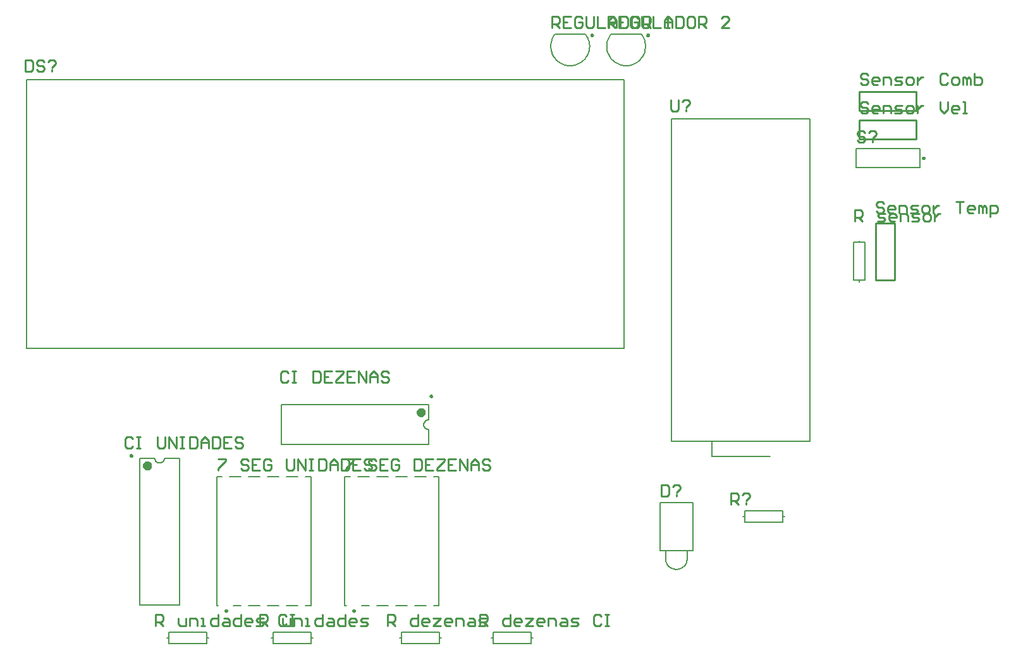
<source format=gto>
%FSTAX23Y23*%
%MOIN*%
%SFA1B1*%

%IPPOS*%
%ADD10C,0.009843*%
%ADD11C,0.005000*%
%ADD12C,0.007874*%
%ADD13C,0.023622*%
%ADD14C,0.010000*%
%LNpcb_baja_teste-1*%
%LPD*%
G54D10*
X06752Y03925D02*
D01*
X06752Y03925*
X06752Y03925*
X06752Y03926*
X06752Y03926*
X06752Y03926*
X06751Y03927*
X06751Y03927*
X06751Y03927*
X06751Y03927*
X06751Y03928*
X0675Y03928*
X0675Y03928*
X0675Y03928*
X0675Y03929*
X06749Y03929*
X06749Y03929*
X06749Y03929*
X06748Y03929*
X06748Y03929*
X06748Y03929*
X06747Y03929*
X06747Y03929*
X06747*
X06746Y03929*
X06746Y03929*
X06746Y03929*
X06745Y03929*
X06745Y03929*
X06745Y03929*
X06744Y03929*
X06744Y03929*
X06744Y03928*
X06744Y03928*
X06743Y03928*
X06743Y03928*
X06743Y03927*
X06743Y03927*
X06743Y03927*
X06742Y03927*
X06742Y03926*
X06742Y03926*
X06742Y03926*
X06742Y03925*
X06742Y03925*
X06742Y03925*
X06742Y03924*
X06742Y03924*
X06742Y03924*
X06742Y03923*
X06742Y03923*
X06742Y03923*
X06743Y03922*
X06743Y03922*
X06743Y03922*
X06743Y03921*
X06743Y03921*
X06744Y03921*
X06744Y03921*
X06744Y0392*
X06744Y0392*
X06745Y0392*
X06745Y0392*
X06745Y0392*
X06746Y0392*
X06746Y0392*
X06746Y0392*
X06747Y0392*
X06747*
X06747Y0392*
X06748Y0392*
X06748Y0392*
X06748Y0392*
X06749Y0392*
X06749Y0392*
X06749Y0392*
X0675Y0392*
X0675Y03921*
X0675Y03921*
X0675Y03921*
X06751Y03921*
X06751Y03922*
X06751Y03922*
X06751Y03922*
X06751Y03923*
X06752Y03923*
X06752Y03923*
X06752Y03924*
X06752Y03924*
X06752Y03924*
X06752Y03925*
X03074Y01538D02*
D01*
X03074Y01539*
X03074Y01539*
X03074Y01539*
X03074Y0154*
X03074Y0154*
X03074Y0154*
X03074Y01541*
X03074Y01541*
X03073Y01541*
X03073Y01542*
X03073Y01542*
X03073Y01542*
X03073Y01542*
X03072Y01542*
X03072Y01543*
X03072Y01543*
X03071Y01543*
X03071Y01543*
X03071Y01543*
X0307Y01543*
X0307Y01543*
X0307Y01543*
X03069*
X03069Y01543*
X03069Y01543*
X03068Y01543*
X03068Y01543*
X03068Y01543*
X03067Y01543*
X03067Y01543*
X03067Y01542*
X03066Y01542*
X03066Y01542*
X03066Y01542*
X03066Y01542*
X03066Y01541*
X03065Y01541*
X03065Y01541*
X03065Y0154*
X03065Y0154*
X03065Y0154*
X03065Y01539*
X03065Y01539*
X03065Y01539*
X03065Y01538*
X03065Y01538*
X03065Y01538*
X03065Y01537*
X03065Y01537*
X03065Y01537*
X03065Y01536*
X03065Y01536*
X03065Y01536*
X03066Y01535*
X03066Y01535*
X03066Y01535*
X03066Y01535*
X03066Y01534*
X03067Y01534*
X03067Y01534*
X03067Y01534*
X03068Y01534*
X03068Y01534*
X03068Y01534*
X03069Y01534*
X03069Y01533*
X03069Y01533*
X0307*
X0307Y01533*
X0307Y01534*
X03071Y01534*
X03071Y01534*
X03071Y01534*
X03072Y01534*
X03072Y01534*
X03072Y01534*
X03073Y01534*
X03073Y01535*
X03073Y01535*
X03073Y01535*
X03073Y01535*
X03074Y01536*
X03074Y01536*
X03074Y01536*
X03074Y01537*
X03074Y01537*
X03074Y01537*
X03074Y01538*
X03074Y01538*
X03074Y01538*
X05299Y04573D02*
D01*
X05299Y04573*
X05299Y04573*
X05298Y04574*
X05298Y04574*
X05298Y04574*
X05298Y04575*
X05298Y04575*
X05298Y04575*
X05298Y04576*
X05297Y04576*
X05297Y04576*
X05297Y04576*
X05297Y04577*
X05296Y04577*
X05296Y04577*
X05296Y04577*
X05296Y04577*
X05295Y04577*
X05295Y04578*
X05295Y04578*
X05294Y04578*
X05294Y04578*
X05294*
X05293Y04578*
X05293Y04578*
X05292Y04578*
X05292Y04577*
X05292Y04577*
X05292Y04577*
X05291Y04577*
X05291Y04577*
X05291Y04577*
X0529Y04576*
X0529Y04576*
X0529Y04576*
X0529Y04576*
X05289Y04575*
X05289Y04575*
X05289Y04575*
X05289Y04574*
X05289Y04574*
X05289Y04574*
X05289Y04573*
X05289Y04573*
X05289Y04573*
X05289Y04572*
X05289Y04572*
X05289Y04572*
X05289Y04571*
X05289Y04571*
X05289Y04571*
X05289Y0457*
X05289Y0457*
X0529Y0457*
X0529Y0457*
X0529Y04569*
X0529Y04569*
X05291Y04569*
X05291Y04569*
X05291Y04569*
X05292Y04568*
X05292Y04568*
X05292Y04568*
X05292Y04568*
X05293Y04568*
X05293Y04568*
X05294Y04568*
X05294*
X05294Y04568*
X05295Y04568*
X05295Y04568*
X05295Y04568*
X05296Y04568*
X05296Y04568*
X05296Y04569*
X05296Y04569*
X05297Y04569*
X05297Y04569*
X05297Y04569*
X05297Y0457*
X05298Y0457*
X05298Y0457*
X05298Y0457*
X05298Y04571*
X05298Y04571*
X05298Y04571*
X05298Y04572*
X05299Y04572*
X05299Y04572*
X05299Y04573*
X02574Y02356D02*
D01*
X02574Y02356*
X02574Y02356*
X02574Y02357*
X02574Y02357*
X02574Y02357*
X02574Y02358*
X02574Y02358*
X02574Y02358*
X02573Y02359*
X02573Y02359*
X02573Y02359*
X02573Y02359*
X02573Y0236*
X02572Y0236*
X02572Y0236*
X02572Y0236*
X02571Y0236*
X02571Y0236*
X02571Y0236*
X0257Y02361*
X0257Y02361*
X0257Y02361*
X02569*
X02569Y02361*
X02569Y02361*
X02568Y0236*
X02568Y0236*
X02568Y0236*
X02567Y0236*
X02567Y0236*
X02567Y0236*
X02566Y0236*
X02566Y02359*
X02566Y02359*
X02566Y02359*
X02566Y02359*
X02565Y02358*
X02565Y02358*
X02565Y02358*
X02565Y02357*
X02565Y02357*
X02565Y02357*
X02565Y02356*
X02565Y02356*
X02565Y02356*
X02565Y02355*
X02565Y02355*
X02565Y02355*
X02565Y02354*
X02565Y02354*
X02565Y02354*
X02565Y02353*
X02565Y02353*
X02566Y02353*
X02566Y02353*
X02566Y02352*
X02566Y02352*
X02566Y02352*
X02567Y02352*
X02567Y02351*
X02567Y02351*
X02568Y02351*
X02568Y02351*
X02568Y02351*
X02569Y02351*
X02569Y02351*
X02569Y02351*
X0257*
X0257Y02351*
X0257Y02351*
X02571Y02351*
X02571Y02351*
X02571Y02351*
X02572Y02351*
X02572Y02351*
X02572Y02352*
X02573Y02352*
X02573Y02352*
X02573Y02352*
X02573Y02353*
X02573Y02353*
X02574Y02353*
X02574Y02353*
X02574Y02354*
X02574Y02354*
X02574Y02354*
X02574Y02355*
X02574Y02355*
X02574Y02355*
X02574Y02356*
X05004Y04573D02*
D01*
X05004Y04573*
X05004Y04573*
X05003Y04574*
X05003Y04574*
X05003Y04574*
X05003Y04575*
X05003Y04575*
X05003Y04575*
X05003Y04576*
X05002Y04576*
X05002Y04576*
X05002Y04576*
X05002Y04577*
X05001Y04577*
X05001Y04577*
X05001Y04577*
X05001Y04577*
X05Y04577*
X05Y04578*
X05Y04578*
X04999Y04578*
X04999Y04578*
X04999*
X04998Y04578*
X04998Y04578*
X04997Y04578*
X04997Y04577*
X04997Y04577*
X04997Y04577*
X04996Y04577*
X04996Y04577*
X04996Y04577*
X04995Y04576*
X04995Y04576*
X04995Y04576*
X04995Y04576*
X04994Y04575*
X04994Y04575*
X04994Y04575*
X04994Y04574*
X04994Y04574*
X04994Y04574*
X04994Y04573*
X04994Y04573*
X04994Y04573*
X04994Y04572*
X04994Y04572*
X04994Y04572*
X04994Y04571*
X04994Y04571*
X04994Y04571*
X04994Y0457*
X04994Y0457*
X04995Y0457*
X04995Y0457*
X04995Y04569*
X04995Y04569*
X04996Y04569*
X04996Y04569*
X04996Y04569*
X04997Y04568*
X04997Y04568*
X04997Y04568*
X04997Y04568*
X04998Y04568*
X04998Y04568*
X04999Y04568*
X04999*
X04999Y04568*
X05Y04568*
X05Y04568*
X05Y04568*
X05001Y04568*
X05001Y04568*
X05001Y04569*
X05001Y04569*
X05002Y04569*
X05002Y04569*
X05002Y04569*
X05002Y0457*
X05003Y0457*
X05003Y0457*
X05003Y0457*
X05003Y04571*
X05003Y04571*
X05003Y04571*
X05003Y04572*
X05004Y04572*
X05004Y04572*
X05004Y04573*
X03749Y01538D02*
D01*
X03749Y01539*
X03749Y01539*
X03749Y01539*
X03749Y0154*
X03749Y0154*
X03749Y0154*
X03749Y01541*
X03749Y01541*
X03748Y01541*
X03748Y01542*
X03748Y01542*
X03748Y01542*
X03748Y01542*
X03747Y01542*
X03747Y01543*
X03747Y01543*
X03746Y01543*
X03746Y01543*
X03746Y01543*
X03745Y01543*
X03745Y01543*
X03745Y01543*
X03744*
X03744Y01543*
X03744Y01543*
X03743Y01543*
X03743Y01543*
X03743Y01543*
X03742Y01543*
X03742Y01543*
X03742Y01542*
X03741Y01542*
X03741Y01542*
X03741Y01542*
X03741Y01542*
X03741Y01541*
X0374Y01541*
X0374Y01541*
X0374Y0154*
X0374Y0154*
X0374Y0154*
X0374Y01539*
X0374Y01539*
X0374Y01539*
X0374Y01538*
X0374Y01538*
X0374Y01538*
X0374Y01537*
X0374Y01537*
X0374Y01537*
X0374Y01536*
X0374Y01536*
X0374Y01536*
X03741Y01535*
X03741Y01535*
X03741Y01535*
X03741Y01535*
X03741Y01534*
X03742Y01534*
X03742Y01534*
X03742Y01534*
X03743Y01534*
X03743Y01534*
X03743Y01534*
X03744Y01534*
X03744Y01533*
X03744Y01533*
X03745*
X03745Y01533*
X03745Y01534*
X03746Y01534*
X03746Y01534*
X03746Y01534*
X03747Y01534*
X03747Y01534*
X03747Y01534*
X03748Y01534*
X03748Y01535*
X03748Y01535*
X03748Y01535*
X03748Y01535*
X03749Y01536*
X03749Y01536*
X03749Y01536*
X03749Y01537*
X03749Y01537*
X03749Y01537*
X03749Y01538*
X03749Y01538*
X03749Y01538*
X04156Y0267D02*
D01*
X04156Y0267*
X04156Y0267*
X04155Y02671*
X04155Y02671*
X04155Y02671*
X04155Y02672*
X04155Y02672*
X04155Y02672*
X04155Y02672*
X04154Y02673*
X04154Y02673*
X04154Y02673*
X04154Y02673*
X04153Y02674*
X04153Y02674*
X04153Y02674*
X04153Y02674*
X04152Y02674*
X04152Y02674*
X04152Y02674*
X04151Y02674*
X04151Y02674*
X04151*
X0415Y02674*
X0415Y02674*
X04149Y02674*
X04149Y02674*
X04149Y02674*
X04149Y02674*
X04148Y02674*
X04148Y02674*
X04148Y02673*
X04147Y02673*
X04147Y02673*
X04147Y02673*
X04147Y02672*
X04147Y02672*
X04146Y02672*
X04146Y02672*
X04146Y02671*
X04146Y02671*
X04146Y02671*
X04146Y0267*
X04146Y0267*
X04146Y0267*
X04146Y02669*
X04146Y02669*
X04146Y02668*
X04146Y02668*
X04146Y02668*
X04146Y02667*
X04146Y02667*
X04147Y02667*
X04147Y02667*
X04147Y02666*
X04147Y02666*
X04147Y02666*
X04148Y02666*
X04148Y02665*
X04148Y02665*
X04149Y02665*
X04149Y02665*
X04149Y02665*
X04149Y02665*
X0415Y02665*
X0415Y02665*
X04151Y02665*
X04151*
X04151Y02665*
X04152Y02665*
X04152Y02665*
X04152Y02665*
X04153Y02665*
X04153Y02665*
X04153Y02665*
X04153Y02665*
X04154Y02666*
X04154Y02666*
X04154Y02666*
X04154Y02666*
X04155Y02667*
X04155Y02667*
X04155Y02667*
X04155Y02667*
X04155Y02668*
X04155Y02668*
X04155Y02668*
X04156Y02669*
X04156Y02669*
X04156Y0267*
G54D11*
X05387Y01813D02*
D01*
X05388Y01809*
X05388Y01805*
X05389Y01801*
X0539Y01797*
X05391Y01793*
X05392Y0179*
X05394Y01786*
X05396Y01783*
X05398Y01779*
X05401Y01776*
X05403Y01773*
X05406Y01771*
X05409Y01768*
X05413Y01766*
X05416Y01764*
X05419Y01762*
X05423Y0176*
X05427Y01759*
X05431Y01758*
X05435Y01757*
X05439Y01756*
X05443Y01756*
X05446*
X0545Y01756*
X05454Y01757*
X05458Y01758*
X05462Y01759*
X05466Y0176*
X0547Y01762*
X05473Y01764*
X05476Y01766*
X0548Y01768*
X05483Y01771*
X05486Y01773*
X05488Y01776*
X05491Y01779*
X05493Y01783*
X05495Y01786*
X05497Y0179*
X05498Y01793*
X05499Y01797*
X055Y01801*
X05501Y01805*
X05501Y01809*
X05502Y01813*
X0542Y0413D02*
X0615D01*
Y0243D02*
Y0413D01*
X05631Y0243D02*
X0615D01*
X0542D02*
X05631D01*
X0542D02*
Y0413D01*
X05631Y02351D02*
X05938D01*
X05631D02*
Y0243D01*
X02018Y02921D02*
Y04338D01*
Y02921D02*
X05168D01*
Y04338*
X02018D02*
X05168D01*
X05358Y02108D02*
X05531D01*
Y01856D02*
Y02108D01*
X05358Y01856D02*
X05531D01*
X05358D02*
Y02108D01*
X05502Y01813D02*
Y01856D01*
X05387Y01813D02*
Y01856D01*
G54D12*
X05099Y04578D02*
D01*
X05095Y04572*
X05091Y04566*
X05087Y04559*
X05085Y04553*
X05082Y04546*
X0508Y04539*
X05079Y04532*
X05078Y04525*
X05077Y04518*
X05077Y04511*
X05078Y04504*
X05079Y04497*
X0508Y0449*
X05082Y04483*
X05085Y04476*
X05087Y0447*
X05091Y04463*
X05095Y04457*
X05099Y04451*
X05103Y04446*
X05108Y04441*
X05114Y04436*
X05119Y04432*
X05125Y04428*
X05131Y04424*
X05138Y04421*
X05144Y04418*
X05151Y04416*
X05158Y04414*
X05165Y04413*
X05172Y04412*
X05179Y04412*
X05187Y04412*
X05194Y04413*
X05201Y04414*
X05208Y04416*
X05215Y04418*
X05221Y04421*
X05228Y04424*
X05234Y04428*
X0524Y04432*
X05245Y04436*
X05251Y04441*
X05256Y04446*
X0526Y04451*
X05264Y04457*
X05268Y04463*
X05272Y0447*
X05274Y04476*
X05277Y04483*
X05279Y0449*
X0528Y04497*
X05281Y04504*
X05282Y04511*
X05282Y04518*
X05281Y04525*
X0528Y04532*
X05279Y04539*
X05277Y04546*
X05274Y04553*
X05272Y04559*
X05268Y04566*
X05264Y04572*
X0526Y04578*
X0526Y04578*
X02695Y02342D02*
D01*
X02695Y02341*
X02695Y02339*
X02695Y02337*
X02695Y02335*
X02696Y02334*
X02697Y02332*
X02697Y02331*
X02698Y02329*
X02699Y02328*
X027Y02326*
X02702Y02325*
X02703Y02324*
X02704Y02323*
X02706Y02322*
X02707Y02321*
X02709Y0232*
X0271Y02319*
X02712Y02319*
X02713Y02318*
X02715Y02318*
X02717Y02317*
X02719Y02317*
X0272*
X02722Y02317*
X02724Y02318*
X02726Y02318*
X02727Y02319*
X02729Y02319*
X0273Y0232*
X02732Y02321*
X02733Y02322*
X02735Y02323*
X02736Y02324*
X02737Y02325*
X02739Y02326*
X0274Y02328*
X02741Y02329*
X02742Y02331*
X02742Y02332*
X02743Y02334*
X02744Y02335*
X02744Y02337*
X02744Y02339*
X02744Y02341*
X02745Y02342*
X04804Y04578D02*
D01*
X048Y04572*
X04796Y04566*
X04792Y04559*
X0479Y04553*
X04787Y04546*
X04785Y04539*
X04784Y04532*
X04783Y04525*
X04782Y04518*
X04782Y04511*
X04783Y04504*
X04784Y04497*
X04785Y0449*
X04787Y04483*
X0479Y04476*
X04792Y0447*
X04796Y04463*
X048Y04457*
X04804Y04451*
X04808Y04446*
X04813Y04441*
X04819Y04436*
X04824Y04432*
X0483Y04428*
X04836Y04424*
X04843Y04421*
X04849Y04418*
X04856Y04416*
X04863Y04414*
X0487Y04413*
X04877Y04412*
X04884Y04412*
X04892Y04412*
X04899Y04413*
X04906Y04414*
X04913Y04416*
X0492Y04418*
X04926Y04421*
X04933Y04424*
X04939Y04428*
X04945Y04432*
X0495Y04436*
X04956Y04441*
X04961Y04446*
X04965Y04451*
X04969Y04457*
X04973Y04463*
X04977Y0447*
X04979Y04476*
X04982Y04483*
X04984Y0449*
X04985Y04497*
X04986Y04504*
X04987Y04511*
X04987Y04518*
X04986Y04525*
X04985Y04532*
X04984Y04539*
X04982Y04546*
X04979Y04553*
X04977Y04559*
X04973Y04566*
X04969Y04572*
X04965Y04578*
X04965Y04578*
X04137Y02545D02*
D01*
X04136Y02544*
X04134Y02544*
X04132Y02544*
X0413Y02544*
X04129Y02543*
X04127Y02542*
X04126Y02542*
X04124Y02541*
X04123Y0254*
X04121Y02539*
X0412Y02537*
X04119Y02536*
X04118Y02535*
X04117Y02533*
X04116Y02532*
X04115Y0253*
X04114Y02529*
X04114Y02527*
X04113Y02526*
X04113Y02524*
X04112Y02522*
X04112Y0252*
Y02519*
X04112Y02517*
X04113Y02515*
X04113Y02513*
X04114Y02512*
X04114Y0251*
X04115Y02509*
X04116Y02507*
X04117Y02506*
X04118Y02504*
X04119Y02503*
X0412Y02502*
X04121Y025*
X04123Y02499*
X04124Y02498*
X04126Y02497*
X04127Y02497*
X04129Y02496*
X0413Y02495*
X04132Y02495*
X04134Y02495*
X04136Y02495*
X04137Y02495*
X0352Y01395D02*
Y01425D01*
X0332D02*
X0352D01*
X0332Y01365D02*
Y01425D01*
Y01365D02*
X0352D01*
Y01395*
X0331D02*
X0332D01*
X0352D02*
X03529D01*
X06391Y03875D02*
X06728D01*
X06391D02*
Y03975D01*
X06728*
Y03875D02*
Y03975D01*
X03021Y01564D02*
X03029D01*
X0311D02*
X03149D01*
X0319D02*
X03249D01*
X0329D02*
X03349D01*
X0339D02*
X03449D01*
X0349D02*
X03518D01*
X0349Y02245D02*
X03518D01*
X0339D02*
X03449D01*
X0329D02*
X03349D01*
X0319D02*
X03249D01*
X0309D02*
X03149D01*
X03021D02*
X03049D01*
X03021Y01564D02*
Y02245D01*
X03518Y01564D02*
Y02245D01*
X05099Y04577D02*
X0526D01*
X0638Y0348D02*
X0641D01*
X0638Y0328D02*
Y0348D01*
Y0328D02*
X0644D01*
Y0348*
X0641D02*
X0644D01*
X0641Y0327D02*
Y0328D01*
Y0348D02*
Y03489D01*
X02615Y01567D02*
X02824D01*
X02745Y02342D02*
X02824D01*
X02615D02*
X02695D01*
X02824Y01567D02*
Y02342D01*
X02615Y01567D02*
Y02342D01*
X04804Y04577D02*
X04965D01*
X0297Y01395D02*
Y01425D01*
X0277D02*
X0297D01*
X0277Y01365D02*
Y01425D01*
Y01365D02*
X0297D01*
Y01395*
X0276D02*
X0277D01*
X0297D02*
X02979D01*
X03696Y01564D02*
X03704D01*
X03785D02*
X03824D01*
X03865D02*
X03924D01*
X03965D02*
X04024D01*
X04065D02*
X04124D01*
X04165D02*
X04193D01*
X04165Y02245D02*
X04193D01*
X04065D02*
X04124D01*
X03965D02*
X04024D01*
X03865D02*
X03924D01*
X03765D02*
X03824D01*
X03696D02*
X03724D01*
X03696Y01564D02*
Y02245D01*
X04193Y01564D02*
Y02245D01*
X03362Y02415D02*
Y02624D01*
X04137Y02415D02*
Y02495D01*
Y02545D02*
Y02624D01*
X03362Y02415D02*
X04137D01*
X03362Y02624D02*
X04137D01*
X04195Y01395D02*
Y01425D01*
X03995D02*
X04195D01*
X03995Y01365D02*
Y01425D01*
Y01365D02*
X04195D01*
Y01395*
X03985D02*
X03995D01*
X04195D02*
X04204D01*
X0468D02*
Y01425D01*
X0448D02*
X0468D01*
X0448Y01365D02*
Y01425D01*
Y01365D02*
X0468D01*
Y01395*
X0447D02*
X0448D01*
X0468D02*
X04689D01*
X05805Y02005D02*
Y02035D01*
Y02005D02*
X06005D01*
Y02065*
X05805D02*
X06005D01*
X05805Y02035D02*
Y02065D01*
X06005Y02035D02*
X06014D01*
X05795D02*
X05805D01*
G54D13*
X02666Y02303D02*
D01*
X02666Y02304*
X02666Y02305*
X02666Y02305*
X02666Y02306*
X02666Y02307*
X02665Y02308*
X02665Y02308*
X02665Y02309*
X02664Y0231*
X02664Y02311*
X02663Y02311*
X02662Y02312*
X02662Y02312*
X02661Y02313*
X0266Y02313*
X0266Y02314*
X02659Y02314*
X02658Y02314*
X02657Y02314*
X02657Y02315*
X02656Y02315*
X02655Y02315*
X02654*
X02653Y02315*
X02652Y02315*
X02652Y02314*
X02651Y02314*
X0265Y02314*
X02649Y02314*
X02649Y02313*
X02648Y02313*
X02647Y02312*
X02647Y02312*
X02646Y02311*
X02645Y02311*
X02645Y0231*
X02645Y02309*
X02644Y02308*
X02644Y02308*
X02643Y02307*
X02643Y02306*
X02643Y02305*
X02643Y02305*
X02643Y02304*
X02643Y02303*
X02643Y02302*
X02643Y02301*
X02643Y023*
X02643Y023*
X02643Y02299*
X02644Y02298*
X02644Y02297*
X02645Y02297*
X02645Y02296*
X02645Y02295*
X02646Y02295*
X02647Y02294*
X02647Y02294*
X02648Y02293*
X02649Y02293*
X02649Y02292*
X0265Y02292*
X02651Y02292*
X02652Y02291*
X02652Y02291*
X02653Y02291*
X02654Y02291*
X02655*
X02656Y02291*
X02657Y02291*
X02657Y02291*
X02658Y02292*
X02659Y02292*
X0266Y02292*
X0266Y02293*
X02661Y02293*
X02662Y02294*
X02662Y02294*
X02663Y02295*
X02664Y02295*
X02664Y02296*
X02665Y02297*
X02665Y02297*
X02665Y02298*
X02666Y02299*
X02666Y023*
X02666Y023*
X02666Y02301*
X02666Y02302*
X02666Y02303*
X0411Y02584D02*
D01*
X0411Y02585*
X0411Y02586*
X04109Y02587*
X04109Y02588*
X04109Y02589*
X04109Y02589*
X04108Y0259*
X04108Y02591*
X04107Y02591*
X04107Y02592*
X04106Y02593*
X04106Y02593*
X04105Y02594*
X04105Y02594*
X04104Y02595*
X04103Y02595*
X04102Y02595*
X04102Y02596*
X04101Y02596*
X041Y02596*
X04099Y02596*
X04098Y02596*
X04098*
X04097Y02596*
X04096Y02596*
X04095Y02596*
X04094Y02596*
X04094Y02595*
X04093Y02595*
X04092Y02595*
X04091Y02594*
X04091Y02594*
X0409Y02593*
X04089Y02593*
X04089Y02592*
X04088Y02591*
X04088Y02591*
X04087Y0259*
X04087Y02589*
X04087Y02589*
X04087Y02588*
X04086Y02587*
X04086Y02586*
X04086Y02585*
X04086Y02584*
X04086Y02584*
X04086Y02583*
X04086Y02582*
X04087Y02581*
X04087Y0258*
X04087Y0258*
X04087Y02579*
X04088Y02578*
X04088Y02578*
X04089Y02577*
X04089Y02576*
X0409Y02576*
X04091Y02575*
X04091Y02575*
X04092Y02574*
X04093Y02574*
X04094Y02574*
X04094Y02573*
X04095Y02573*
X04096Y02573*
X04097Y02573*
X04098Y02573*
X04098*
X04099Y02573*
X041Y02573*
X04101Y02573*
X04102Y02573*
X04102Y02574*
X04103Y02574*
X04104Y02574*
X04105Y02575*
X04105Y02575*
X04106Y02576*
X04106Y02576*
X04107Y02577*
X04107Y02578*
X04108Y02578*
X04108Y02579*
X04109Y0258*
X04109Y0258*
X04109Y02581*
X04109Y02582*
X0411Y02583*
X0411Y02584*
X0411Y02584*
G54D14*
X0641Y04125D02*
X0671D01*
Y04025D02*
Y04125D01*
X0641Y04025D02*
X0671D01*
X0641D02*
Y04125D01*
Y04275D02*
X0671D01*
Y04175D02*
Y04275D01*
X0641Y04175D02*
X0671D01*
X0641D02*
Y04275D01*
X06595Y0328D02*
Y0358D01*
X06495Y0328D02*
X06595D01*
X06495D02*
Y0358D01*
X06595*
X06455Y0421D02*
X06445Y0422D01*
X06425*
X06415Y0421*
Y042*
X06425Y0419*
X06445*
X06455Y0418*
Y0417*
X06445Y0416*
X06425*
X06415Y0417*
X06504Y0416D02*
X06484D01*
X06475Y0417*
Y0419*
X06484Y042*
X06504*
X06514Y0419*
Y0418*
X06475*
X06534Y0416D02*
Y042D01*
X06564*
X06574Y0419*
Y0416*
X06594D02*
X06624D01*
X06634Y0417*
X06624Y0418*
X06604*
X06594Y0419*
X06604Y042*
X06634*
X06664Y0416D02*
X06684D01*
X06694Y0417*
Y0419*
X06684Y042*
X06664*
X06654Y0419*
Y0417*
X06664Y0416*
X06714Y042D02*
Y0416D01*
Y0418*
X06724Y0419*
X06734Y042*
X06744*
X06834Y0422D02*
Y0418D01*
X06854Y0416*
X06874Y0418*
Y0422*
X06924Y0416D02*
X06904D01*
X06894Y0417*
Y0419*
X06904Y042*
X06924*
X06934Y0419*
Y0418*
X06894*
X06954Y0416D02*
X06974D01*
X06964*
Y0422*
X06954*
X06455Y0436D02*
X06445Y0437D01*
X06425*
X06415Y0436*
Y0435*
X06425Y0434*
X06445*
X06455Y0433*
Y0432*
X06445Y0431*
X06425*
X06415Y0432*
X06504Y0431D02*
X06484D01*
X06475Y0432*
Y0434*
X06484Y0435*
X06504*
X06514Y0434*
Y0433*
X06475*
X06534Y0431D02*
Y0435D01*
X06564*
X06574Y0434*
Y0431*
X06594D02*
X06624D01*
X06634Y0432*
X06624Y0433*
X06604*
X06594Y0434*
X06604Y0435*
X06634*
X06664Y0431D02*
X06684D01*
X06694Y0432*
Y0434*
X06684Y0435*
X06664*
X06654Y0434*
Y0432*
X06664Y0431*
X06714Y0435D02*
Y0431D01*
Y0433*
X06724Y0434*
X06734Y0435*
X06744*
X06874Y0436D02*
X06864Y0437D01*
X06844*
X06834Y0436*
Y0432*
X06844Y0431*
X06864*
X06874Y0432*
X06904Y0431D02*
X06924D01*
X06934Y0432*
Y0434*
X06924Y0435*
X06904*
X06894Y0434*
Y0432*
X06904Y0431*
X06954D02*
Y0435D01*
X06964*
X06974Y0434*
Y0431*
Y0434*
X06984Y0435*
X06994Y0434*
Y0431*
X07014Y0437D02*
Y0431D01*
X07044*
X07054Y0432*
Y0433*
Y0434*
X07044Y0435*
X07014*
X0654Y03685D02*
X0653Y03695D01*
X0651*
X065Y03685*
Y03675*
X0651Y03665*
X0653*
X0654Y03655*
Y03645*
X0653Y03635*
X0651*
X065Y03645*
X06589Y03635D02*
X06569D01*
X0656Y03645*
Y03665*
X06569Y03675*
X06589*
X06599Y03665*
Y03655*
X0656*
X06619Y03635D02*
Y03675D01*
X06649*
X06659Y03665*
Y03635*
X06679D02*
X06709D01*
X06719Y03645*
X06709Y03655*
X06689*
X06679Y03665*
X06689Y03675*
X06719*
X06749Y03635D02*
X06769D01*
X06779Y03645*
Y03665*
X06769Y03675*
X06749*
X06739Y03665*
Y03645*
X06749Y03635*
X06799Y03675D02*
Y03635D01*
Y03655*
X06809Y03665*
X06819Y03675*
X06829*
X06919Y03695D02*
X06959D01*
X06939*
Y03635*
X07009D02*
X06989D01*
X06979Y03645*
Y03665*
X06989Y03675*
X07009*
X07019Y03665*
Y03655*
X06979*
X07039Y03635D02*
Y03675D01*
X07049*
X07059Y03665*
Y03635*
Y03665*
X07069Y03675*
X07079Y03665*
Y03635*
X07099Y03615D02*
Y03675D01*
X07129*
X07139Y03665*
Y03645*
X07129Y03635*
X07099*
X05416Y04232D02*
Y04182D01*
X05426Y04172*
X05446*
X05456Y04182*
Y04232*
X05476Y04222D02*
X05486Y04232D01*
X05506*
X05516Y04222*
Y04212*
X05496Y04192*
Y04182D02*
Y04172D01*
X06437Y04058D02*
X06427Y04068D01*
X06407*
X06397Y04058*
Y04048*
X06407Y04038*
X06427*
X06437Y04028*
Y04019*
X06427Y04009*
X06407*
X06397Y04019*
X06457Y04058D02*
X06467Y04068D01*
X06487*
X06497Y04058*
Y04048*
X06477Y04028*
Y04019D02*
Y04009D01*
X03247Y01459D02*
Y01518D01*
X03277*
X03287Y01508*
Y01488*
X03277Y01478*
X03247*
X03267D02*
X03287Y01459D01*
X03367Y01498D02*
Y01469D01*
X03377Y01459*
X03407*
Y01498*
X03427Y01459D02*
Y01498D01*
X03457*
X03467Y01488*
Y01459*
X03487D02*
X03507D01*
X03497*
Y01498*
X03487*
X03577Y01518D02*
Y01459D01*
X03547*
X03537Y01469*
Y01488*
X03547Y01498*
X03577*
X03607D02*
X03627D01*
X03637Y01488*
Y01459*
X03607*
X03597Y01469*
X03607Y01478*
X03637*
X03697Y01518D02*
Y01459D01*
X03667*
X03657Y01469*
Y01488*
X03667Y01498*
X03697*
X03747Y01459D02*
X03727D01*
X03717Y01469*
Y01488*
X03727Y01498*
X03747*
X03757Y01488*
Y01478*
X03717*
X03777Y01459D02*
X03807D01*
X03817Y01469*
X03807Y01478*
X03787*
X03777Y01488*
X03787Y01498*
X03817*
X02012Y04442D02*
Y04382D01*
X02042*
X02052Y04392*
Y04432*
X02042Y04442*
X02012*
X02112Y04432D02*
X02102Y04442D01*
X02082*
X02072Y04432*
Y04422*
X02082Y04412*
X02102*
X02112Y04402*
Y04392*
X02102Y04382*
X02082*
X02072Y04392*
X02132Y04432D02*
X02142Y04442D01*
X02162*
X02172Y04432*
Y04422*
X02152Y04402*
Y04392D02*
Y04382D01*
X05365Y022D02*
Y0214D01*
X05395*
X05405Y0215*
Y0219*
X05395Y022*
X05365*
X05425Y0219D02*
X05435Y022D01*
X05455*
X05465Y0219*
Y0218*
X05445Y0216*
Y0215D02*
Y0214D01*
X03027Y02338D02*
X03067D01*
Y02328*
X03027Y02289*
Y02279*
X03187Y02328D02*
X03177Y02338D01*
X03157*
X03147Y02328*
Y02318*
X03157Y02308*
X03177*
X03187Y02298*
Y02289*
X03177Y02279*
X03157*
X03147Y02289*
X03247Y02338D02*
X03207D01*
Y02279*
X03247*
X03207Y02308D02*
X03227D01*
X03307Y02328D02*
X03297Y02338D01*
X03277*
X03267Y02328*
Y02289*
X03277Y02279*
X03297*
X03307Y02289*
Y02308*
X03287*
X03387Y02338D02*
Y02289D01*
X03397Y02279*
X03417*
X03427Y02289*
Y02338*
X03447Y02279D02*
Y02338D01*
X03487Y02279*
Y02338*
X03507D02*
X03527D01*
X03517*
Y02279*
X03507*
X03527*
X03557Y02338D02*
Y02279D01*
X03587*
X03597Y02289*
Y02328*
X03587Y02338*
X03557*
X03617Y02279D02*
Y02318D01*
X03637Y02338*
X03657Y02318*
Y02279*
Y02308*
X03617*
X03677Y02338D02*
Y02279D01*
X03707*
X03717Y02289*
Y02328*
X03707Y02338*
X03677*
X03777D02*
X03737D01*
Y02279*
X03777*
X03737Y02308D02*
X03757D01*
X03837Y02328D02*
X03827Y02338D01*
X03807*
X03797Y02328*
Y02318*
X03807Y02308*
X03827*
X03837Y02298*
Y02289*
X03827Y02279*
X03807*
X03797Y02289*
X05084Y04612D02*
Y04672D01*
X05113*
X05123Y04662*
Y04642*
X05113Y04632*
X05084*
X05103D02*
X05123Y04612D01*
X05183Y04672D02*
X05143D01*
Y04612*
X05183*
X05143Y04642D02*
X05163D01*
X05243Y04662D02*
X05233Y04672D01*
X05213*
X05203Y04662*
Y04622*
X05213Y04612*
X05233*
X05243Y04622*
Y04642*
X05223*
X05263Y04672D02*
Y04622D01*
X05273Y04612*
X05293*
X05303Y04622*
Y04672*
X05323D02*
Y04612D01*
X05363*
X05383D02*
Y04652D01*
X05403Y04672*
X05423Y04652*
Y04612*
Y04642*
X05383*
X05443Y04672D02*
Y04612D01*
X05473*
X05483Y04622*
Y04662*
X05473Y04672*
X05443*
X05533D02*
X05513D01*
X05503Y04662*
Y04622*
X05513Y04612*
X05533*
X05543Y04622*
Y04662*
X05533Y04672*
X05563Y04612D02*
Y04672D01*
X05593*
X05603Y04662*
Y04642*
X05593Y04632*
X05563*
X05583D02*
X05603Y04612D01*
X05723D02*
X05683D01*
X05723Y04652*
Y04662*
X05713Y04672*
X05693*
X05683Y04662*
X04789Y04612D02*
Y04672D01*
X04818*
X04828Y04662*
Y04642*
X04818Y04632*
X04789*
X04808D02*
X04828Y04612D01*
X04888Y04672D02*
X04848D01*
Y04612*
X04888*
X04848Y04642D02*
X04868D01*
X04948Y04662D02*
X04938Y04672D01*
X04918*
X04908Y04662*
Y04622*
X04918Y04612*
X04938*
X04948Y04622*
Y04642*
X04928*
X04968Y04672D02*
Y04622D01*
X04978Y04612*
X04998*
X05008Y04622*
Y04672*
X05028D02*
Y04612D01*
X05068*
X05088D02*
Y04652D01*
X05108Y04672*
X05128Y04652*
Y04612*
Y04642*
X05088*
X05148Y04672D02*
Y04612D01*
X05178*
X05188Y04622*
Y04662*
X05178Y04672*
X05148*
X05238D02*
X05218D01*
X05208Y04662*
Y04622*
X05218Y04612*
X05238*
X05248Y04622*
Y04662*
X05238Y04672*
X05268Y04612D02*
Y04672D01*
X05298*
X05308Y04662*
Y04642*
X05298Y04632*
X05268*
X05288D02*
X05308Y04612D01*
X05388D02*
X05408D01*
X05398*
Y04672*
X05388Y04662*
X02577Y02445D02*
X02567Y02455D01*
X02547*
X02537Y02445*
Y02405*
X02547Y02395*
X02567*
X02577Y02405*
X02597Y02455D02*
X02617D01*
X02607*
Y02395*
X02597*
X02617*
X02707Y02455D02*
Y02405D01*
X02717Y02395*
X02737*
X02747Y02405*
Y02455*
X02767Y02395D02*
Y02455D01*
X02807Y02395*
Y02455*
X02827D02*
X02847D01*
X02837*
Y02395*
X02827*
X02847*
X02877Y02455D02*
Y02395D01*
X02907*
X02917Y02405*
Y02445*
X02907Y02455*
X02877*
X02937Y02395D02*
Y02435D01*
X02957Y02455*
X02977Y02435*
Y02395*
Y02425*
X02937*
X02997Y02455D02*
Y02395D01*
X03027*
X03037Y02405*
Y02445*
X03027Y02455*
X02997*
X03097D02*
X03057D01*
Y02395*
X03097*
X03057Y02425D02*
X03077D01*
X03157Y02445D02*
X03147Y02455D01*
X03127*
X03117Y02445*
Y02435*
X03127Y02425*
X03147*
X03157Y02415*
Y02405*
X03147Y02395*
X03127*
X03117Y02405*
X034Y02791D02*
X0339Y02801D01*
X0337*
X0336Y02791*
Y02752*
X0337Y02742*
X0339*
X034Y02752*
X0342Y02801D02*
X0344D01*
X0343*
Y02742*
X0342*
X0344*
X0353Y02801D02*
Y02742D01*
X0356*
X0357Y02752*
Y02791*
X0356Y02801*
X0353*
X0363D02*
X0359D01*
Y02742*
X0363*
X0359Y02772D02*
X0361D01*
X0365Y02801D02*
X0369D01*
Y02791*
X0365Y02752*
Y02742*
X0369*
X0375Y02801D02*
X0371D01*
Y02742*
X0375*
X0371Y02772D02*
X0373D01*
X0377Y02742D02*
Y02801D01*
X0381Y02742*
Y02801*
X0383Y02742D02*
Y02781D01*
X0385Y02801*
X0387Y02781*
Y02742*
Y02772*
X0383*
X0393Y02791D02*
X0392Y02801D01*
X039*
X0389Y02791*
Y02781*
X039Y02772*
X0392*
X0393Y02762*
Y02752*
X0392Y02742*
X039*
X0389Y02752*
X03922Y01459D02*
Y01518D01*
X03952*
X03962Y01508*
Y01488*
X03952Y01478*
X03922*
X03942D02*
X03962Y01459D01*
X04082Y01518D02*
Y01459D01*
X04052*
X04042Y01469*
Y01488*
X04052Y01498*
X04082*
X04132Y01459D02*
X04112D01*
X04102Y01469*
Y01488*
X04112Y01498*
X04132*
X04142Y01488*
Y01478*
X04102*
X04162Y01498D02*
X04202D01*
X04162Y01459*
X04202*
X04252D02*
X04232D01*
X04222Y01469*
Y01488*
X04232Y01498*
X04252*
X04262Y01488*
Y01478*
X04222*
X04282Y01459D02*
Y01498D01*
X04312*
X04322Y01488*
Y01459*
X04352Y01498D02*
X04372D01*
X04382Y01488*
Y01459*
X04352*
X04342Y01469*
X04352Y01478*
X04382*
X04402Y01459D02*
X04432D01*
X04442Y01469*
X04432Y01478*
X04412*
X04402Y01488*
X04412Y01498*
X04442*
X02697Y01459D02*
Y01518D01*
X02727*
X02737Y01508*
Y01488*
X02727Y01478*
X02697*
X02717D02*
X02737Y01459D01*
X02817Y01498D02*
Y01469D01*
X02827Y01459*
X02857*
Y01498*
X02877Y01459D02*
Y01498D01*
X02907*
X02917Y01488*
Y01459*
X02937D02*
X02957D01*
X02947*
Y01498*
X02937*
X03027Y01518D02*
Y01459D01*
X02997*
X02987Y01469*
Y01488*
X02997Y01498*
X03027*
X03057D02*
X03077D01*
X03087Y01488*
Y01459*
X03057*
X03047Y01469*
X03057Y01478*
X03087*
X03147Y01518D02*
Y01459D01*
X03117*
X03107Y01469*
Y01488*
X03117Y01498*
X03147*
X03197Y01459D02*
X03177D01*
X03167Y01469*
Y01488*
X03177Y01498*
X03197*
X03207Y01488*
Y01478*
X03167*
X03227Y01459D02*
X03257D01*
X03267Y01469*
X03257Y01478*
X03237*
X03227Y01488*
X03237Y01498*
X03267*
X03387Y01508D02*
X03377Y01518D01*
X03357*
X03347Y01508*
Y01469*
X03357Y01459*
X03377*
X03387Y01469*
X03407Y01518D02*
X03427D01*
X03417*
Y01459*
X03407*
X03427*
X04407D02*
Y01518D01*
X04437*
X04447Y01508*
Y01488*
X04437Y01478*
X04407*
X04427D02*
X04447Y01459D01*
X04567Y01518D02*
Y01459D01*
X04537*
X04527Y01469*
Y01488*
X04537Y01498*
X04567*
X04617Y01459D02*
X04597D01*
X04587Y01469*
Y01488*
X04597Y01498*
X04617*
X04627Y01488*
Y01478*
X04587*
X04647Y01498D02*
X04687D01*
X04647Y01459*
X04687*
X04737D02*
X04717D01*
X04707Y01469*
Y01488*
X04717Y01498*
X04737*
X04747Y01488*
Y01478*
X04707*
X04767Y01459D02*
Y01498D01*
X04797*
X04807Y01488*
Y01459*
X04837Y01498D02*
X04857D01*
X04867Y01488*
Y01459*
X04837*
X04827Y01469*
X04837Y01478*
X04867*
X04887Y01459D02*
X04917D01*
X04927Y01469*
X04917Y01478*
X04897*
X04887Y01488*
X04897Y01498*
X04927*
X05047Y01508D02*
X05037Y01518D01*
X05017*
X05007Y01508*
Y01469*
X05017Y01459*
X05037*
X05047Y01469*
X05067Y01518D02*
X05087D01*
X05077*
Y01459*
X05067*
X05087*
X05732Y02099D02*
Y02158D01*
X05762*
X05772Y02148*
Y02128*
X05762Y02118*
X05732*
X05752D02*
X05772Y02099D01*
X05792Y02148D02*
X05802Y02158D01*
X05822*
X05832Y02148*
Y02138*
X05812Y02118*
Y02109D02*
Y02099D01*
X06385Y03592D02*
Y03651D01*
X06415*
X06425Y03641*
Y03622*
X06415Y03612*
X06385*
X06405D02*
X06425Y03592D01*
X06505D02*
X06535D01*
X06545Y03602*
X06535Y03612*
X06515*
X06505Y03622*
X06515Y03631*
X06545*
X06595Y03592D02*
X06575D01*
X06565Y03602*
Y03622*
X06575Y03631*
X06595*
X06605Y03622*
Y03612*
X06565*
X06625Y03592D02*
Y03631D01*
X06655*
X06665Y03622*
Y03592*
X06685D02*
X06715D01*
X06725Y03602*
X06715Y03612*
X06695*
X06685Y03622*
X06695Y03631*
X06725*
X06755Y03592D02*
X06775D01*
X06785Y03602*
Y03622*
X06775Y03631*
X06755*
X06745Y03622*
Y03602*
X06755Y03592*
X06805Y03631D02*
Y03592D01*
Y03612*
X06815Y03622*
X06825Y03631*
X06835*
X03702Y02338D02*
X03742D01*
Y02328*
X03702Y02289*
Y02279*
X03862Y02328D02*
X03852Y02338D01*
X03832*
X03822Y02328*
Y02318*
X03832Y02308*
X03852*
X03862Y02298*
Y02289*
X03852Y02279*
X03832*
X03822Y02289*
X03922Y02338D02*
X03882D01*
Y02279*
X03922*
X03882Y02308D02*
X03902D01*
X03982Y02328D02*
X03972Y02338D01*
X03952*
X03942Y02328*
Y02289*
X03952Y02279*
X03972*
X03982Y02289*
Y02308*
X03962*
X04062Y02338D02*
Y02279D01*
X04092*
X04102Y02289*
Y02328*
X04092Y02338*
X04062*
X04162D02*
X04122D01*
Y02279*
X04162*
X04122Y02308D02*
X04142D01*
X04182Y02338D02*
X04222D01*
Y02328*
X04182Y02289*
Y02279*
X04222*
X04282Y02338D02*
X04242D01*
Y02279*
X04282*
X04242Y02308D02*
X04262D01*
X04302Y02279D02*
Y02338D01*
X04342Y02279*
Y02338*
X04362Y02279D02*
Y02318D01*
X04382Y02338*
X04402Y02318*
Y02279*
Y02308*
X04362*
X04462Y02328D02*
X04452Y02338D01*
X04432*
X04422Y02328*
Y02318*
X04432Y02308*
X04452*
X04462Y02298*
Y02289*
X04452Y02279*
X04432*
X04422Y02289*
M02*
</source>
